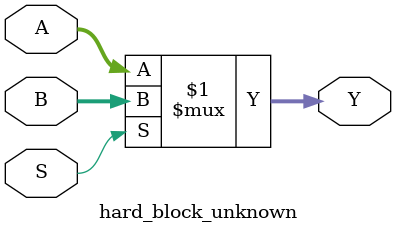
<source format=v>
module hard_block_unknown(A, B, S, Y);

  parameter WIDTH = 4;

  input [WIDTH-1:0] A, B;
  input S;
  output [WIDTH-1:0] Y;

  assign Y = S ? B : A;

endmodule

</source>
